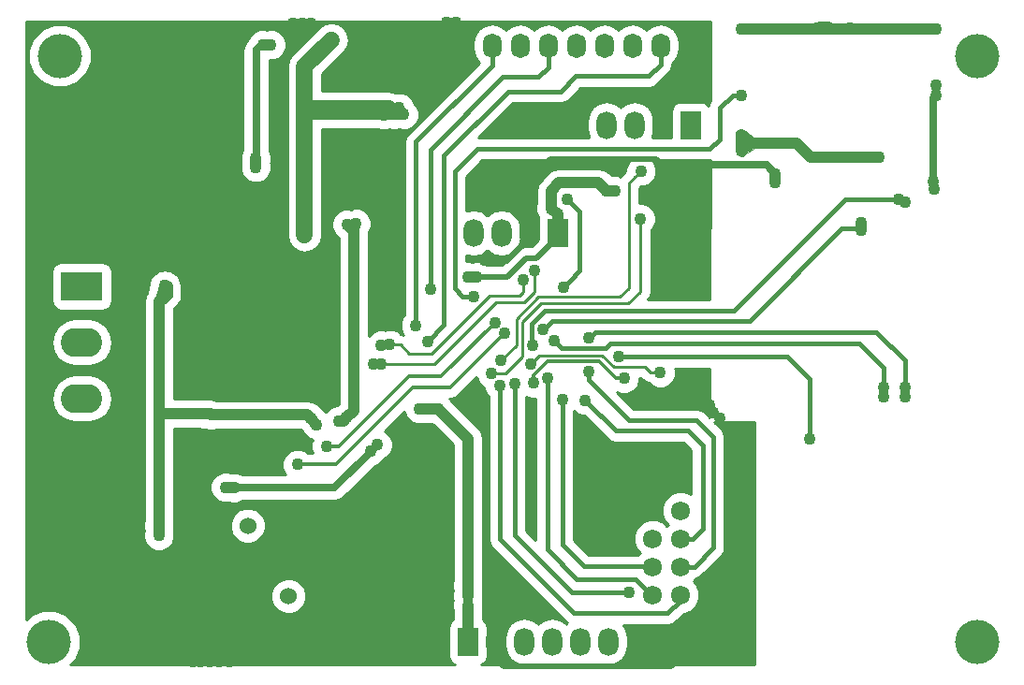
<source format=gbl>
G04 #@! TF.FileFunction,Copper,L2,Bot,Signal*
%FSLAX46Y46*%
G04 Gerber Fmt 4.6, Leading zero omitted, Abs format (unit mm)*
G04 Created by KiCad (PCBNEW 4.0.6) date 01/12/18 15:18:15*
%MOMM*%
%LPD*%
G01*
G04 APERTURE LIST*
%ADD10C,0.100000*%
%ADD11C,4.000000*%
%ADD12C,1.524000*%
%ADD13O,3.724000X2.624000*%
%ADD14R,3.724000X2.624000*%
%ADD15R,1.824000X2.524000*%
%ADD16O,1.824000X2.524000*%
%ADD17O,0.950000X1.250000*%
%ADD18R,1.724000X2.224000*%
%ADD19O,1.724000X2.224000*%
%ADD20R,1.724000X1.724000*%
%ADD21C,1.724000*%
%ADD22C,1.100000*%
%ADD23C,1.000000*%
%ADD24C,0.700000*%
%ADD25C,0.254000*%
%ADD26C,0.500000*%
%ADD27C,0.600000*%
%ADD28C,0.400000*%
%ADD29C,1.500000*%
%ADD30C,0.300000*%
G04 APERTURE END LIST*
D10*
D11*
X93000000Y-127000000D03*
X177000000Y-127000000D03*
X94000000Y-74000000D03*
D12*
X111000000Y-116500000D03*
X114700000Y-122908588D03*
D13*
X96000000Y-110080000D03*
X96000000Y-105000000D03*
X96000000Y-99920000D03*
D14*
X96000000Y-94840000D03*
D15*
X130920000Y-127000000D03*
D16*
X133460000Y-127000000D03*
X136000000Y-127000000D03*
X138540000Y-127000000D03*
X141080000Y-127000000D03*
X143620000Y-127000000D03*
D17*
X94500000Y-117000000D03*
X94500000Y-121100000D03*
D15*
X139030000Y-90030000D03*
D16*
X136490000Y-90030000D03*
X133950000Y-90030000D03*
X131410000Y-90030000D03*
D18*
X150880000Y-73080000D03*
D19*
X148340000Y-73080000D03*
X145800000Y-73080000D03*
X143260000Y-73080000D03*
X140720000Y-73080000D03*
X138180000Y-73080000D03*
X135640000Y-73080000D03*
X133100000Y-73080000D03*
D15*
X151090000Y-80270000D03*
D16*
X148550000Y-80270000D03*
X146010000Y-80270000D03*
X143470000Y-80270000D03*
D20*
X147620000Y-115140000D03*
D21*
X150160000Y-115140000D03*
X147620000Y-117680000D03*
X150160000Y-117680000D03*
X147620000Y-120220000D03*
X150160000Y-120220000D03*
X147620000Y-122760000D03*
X150160000Y-122760000D03*
D11*
X177000000Y-74000000D03*
D22*
X122719353Y-109180944D03*
X122132229Y-109734699D03*
X109743850Y-113086715D03*
X109000000Y-113035898D03*
X152790703Y-105583908D03*
X153150896Y-106326285D03*
X153663134Y-106792991D03*
X155700000Y-112100000D03*
X156216517Y-111457250D03*
X155400000Y-111400000D03*
X121700000Y-120100000D03*
X121700000Y-118300000D03*
X121700000Y-119200000D03*
X128000000Y-120000000D03*
X128100000Y-118300000D03*
X128033721Y-119156135D03*
X123534361Y-122178093D03*
X125392306Y-122200478D03*
X147040000Y-110060000D03*
X147630000Y-112590000D03*
X151600000Y-126920000D03*
X152200000Y-126320000D03*
X152720000Y-125800000D03*
X153200000Y-125320000D03*
X151000000Y-89800000D03*
X151000000Y-93200000D03*
X151000000Y-92300000D03*
X151000000Y-91500000D03*
X151000000Y-90700000D03*
X132445539Y-92450432D03*
X113900000Y-95700000D03*
X113300000Y-96200000D03*
X112500000Y-96400000D03*
X123800000Y-98000000D03*
X123000000Y-97900000D03*
X113200000Y-109400000D03*
X112300000Y-109400000D03*
X111500000Y-109400000D03*
X129800000Y-71000000D03*
X129000000Y-71000000D03*
X150880000Y-75200000D03*
X151400000Y-75600000D03*
X115100000Y-71100000D03*
X116674819Y-71105916D03*
X115900000Y-71100000D03*
X103700000Y-74400000D03*
X103600000Y-73700000D03*
X103600000Y-72800000D03*
X103500000Y-72000000D03*
X102900000Y-71500000D03*
X102900000Y-72400000D03*
X102900000Y-73200000D03*
X102900000Y-74000000D03*
X102900000Y-74800000D03*
X105600000Y-98800000D03*
X105900000Y-98100000D03*
X106300000Y-98900000D03*
X91861968Y-84200000D03*
X91861968Y-83115356D03*
X91861968Y-82337539D03*
X91810531Y-80667536D03*
X91796034Y-81460710D03*
X94200000Y-113100000D03*
X93300000Y-113100000D03*
X92400000Y-113100000D03*
X96493328Y-127274498D03*
X96500000Y-126400000D03*
X96500000Y-125500000D03*
X96500000Y-124725000D03*
X100200000Y-111100000D03*
X99700000Y-111700000D03*
X99700000Y-111700000D03*
X99100000Y-112300000D03*
X98500000Y-112900000D03*
X97900000Y-113400000D03*
X109300000Y-128800000D03*
X108400000Y-128800000D03*
X107575345Y-128845554D03*
X106700000Y-128820000D03*
X106000000Y-128820000D03*
X123000000Y-128200000D03*
X123700000Y-128200000D03*
X126900000Y-128200000D03*
X126100000Y-128200000D03*
X125300000Y-128200000D03*
X124500000Y-128200000D03*
X124500000Y-122200000D03*
X136560000Y-115100000D03*
X136570000Y-108000000D03*
X149200000Y-105170000D03*
X165497726Y-71524895D03*
X162523837Y-71453535D03*
X163399460Y-71431531D03*
X166400000Y-71540000D03*
X158730000Y-85470000D03*
X123527121Y-93728651D03*
X123984340Y-86167098D03*
X118300000Y-100400000D03*
X110250000Y-100595000D03*
X148513525Y-83892823D03*
X124000000Y-85380000D03*
X124000000Y-93250000D03*
X133169030Y-92477071D03*
X135505000Y-84490000D03*
X134520000Y-84490000D03*
X136490000Y-84490000D03*
X158716110Y-84702835D03*
X155660000Y-71540000D03*
X173300000Y-71540000D03*
X136560000Y-115740000D03*
X136570000Y-107370000D03*
X148320000Y-105170000D03*
X117850000Y-100850000D03*
X109500000Y-100595000D03*
X168100000Y-83150000D03*
X167300000Y-83150000D03*
X155660000Y-82600000D03*
X155660000Y-81200000D03*
X144200000Y-86210000D03*
X139030000Y-88365392D03*
X138464608Y-87800000D03*
X131722986Y-93995847D03*
X130920852Y-94005512D03*
X119982727Y-89258114D03*
X120799902Y-89188438D03*
X119958811Y-106712392D03*
X126540000Y-105923935D03*
X127320000Y-105923935D03*
X130920000Y-123710000D03*
X130920000Y-122860000D03*
X130920000Y-121900000D03*
X120500000Y-89875000D03*
X119230000Y-107030000D03*
X143440000Y-86210000D03*
X128204677Y-105923935D03*
X166500000Y-83150000D03*
X155660000Y-81900000D03*
X118558414Y-72554191D03*
X124701621Y-78695613D03*
X123744043Y-78785663D03*
X123321937Y-79342843D03*
X125111667Y-79309074D03*
X124233686Y-79309074D03*
X116700395Y-106809561D03*
X117250394Y-107359560D03*
X107000000Y-106400000D03*
X103504834Y-94782696D03*
X102958563Y-117396353D03*
X116150000Y-89360000D03*
X117850000Y-73000000D03*
X116150000Y-90200000D03*
X107750000Y-106500000D03*
X103500000Y-95650000D03*
X102965477Y-116500000D03*
X136894795Y-103611004D03*
X145048978Y-103172846D03*
X136599493Y-101892318D03*
X148320000Y-102670000D03*
X127261319Y-99840864D03*
X127541150Y-95137577D03*
X139566039Y-94905200D03*
X139908044Y-86980882D03*
X126213794Y-98382872D03*
X146579561Y-84438225D03*
X133926227Y-101585787D03*
X146520000Y-88750000D03*
X133028007Y-102718471D03*
X145518740Y-122565854D03*
X135140784Y-103697578D03*
X141504193Y-105150248D03*
X139470000Y-105120000D03*
X141826154Y-102574730D03*
X138109000Y-103146528D03*
X133807610Y-103876187D03*
X111739770Y-83290825D03*
X111746340Y-84079221D03*
X113100000Y-73000000D03*
X112350000Y-73000000D03*
X123840000Y-100150000D03*
X123070000Y-100180000D03*
X135893548Y-94304729D03*
X118110000Y-109320000D03*
X133360000Y-98125002D03*
X115510000Y-110970000D03*
X134220000Y-99130000D03*
X169900000Y-87000000D03*
X136742891Y-100233003D03*
X170500000Y-87240000D03*
X166498582Y-89079636D03*
X137732949Y-98765614D03*
X166503529Y-89820784D03*
X161793332Y-108650000D03*
X144583416Y-101241509D03*
X123070000Y-101900000D03*
X136947986Y-93443547D03*
X122350000Y-101900000D03*
X168476991Y-104843621D03*
X138711084Y-99748903D03*
X168500000Y-104015000D03*
X170488260Y-104839143D03*
X141866109Y-99519979D03*
X170500000Y-104015000D03*
X173300000Y-76680000D03*
X173300000Y-77550000D03*
X173030000Y-85380000D03*
X173080000Y-86060000D03*
X131438487Y-95798412D03*
X155660000Y-77550000D03*
D23*
X109000000Y-113035898D02*
X109693033Y-113035898D01*
X109693033Y-113035898D02*
X109743850Y-113086715D01*
D24*
X109743850Y-113086715D02*
X118815958Y-113086715D01*
X118815958Y-113086715D02*
X122169354Y-109733319D01*
X122169354Y-109733319D02*
X122169354Y-109730943D01*
X122169354Y-109730943D02*
X122719353Y-109180944D01*
D25*
X152778186Y-105571391D02*
X152790703Y-105583908D01*
X152396002Y-105571391D02*
X152778186Y-105571391D01*
X152396002Y-105571391D02*
X152600897Y-105776286D01*
X152600897Y-105776286D02*
X153150896Y-106326285D01*
D23*
X151994611Y-105170000D02*
X152396002Y-105571391D01*
X148320000Y-105170000D02*
X151994611Y-105170000D01*
D26*
X156216517Y-122303483D02*
X156216517Y-112235067D01*
X153200000Y-125320000D02*
X156216517Y-122303483D01*
X156216517Y-112235067D02*
X156216517Y-111457250D01*
D25*
X121700000Y-119200000D02*
X121700000Y-118300000D01*
X128033721Y-119156135D02*
X128033721Y-119966279D01*
X128033721Y-119966279D02*
X128000000Y-120000000D01*
X127483722Y-119706134D02*
X128033721Y-119156135D01*
X125011763Y-122178093D02*
X127483722Y-119706134D01*
X123534361Y-122178093D02*
X125011763Y-122178093D01*
X124614489Y-122200478D02*
X125392306Y-122200478D01*
X124500478Y-122200478D02*
X124614489Y-122200478D01*
X124500000Y-122200000D02*
X124500478Y-122200478D01*
D26*
X151600000Y-126920000D02*
X149318360Y-129201640D01*
D25*
X152200000Y-126320000D02*
X151600000Y-126920000D01*
X152720000Y-125800000D02*
X152200000Y-126320000D01*
X153200000Y-125320000D02*
X152720000Y-125800000D01*
X151000000Y-90700000D02*
X151000000Y-89800000D01*
X151000000Y-91500000D02*
X151000000Y-92300000D01*
D24*
X151500000Y-83892823D02*
X157906098Y-83892823D01*
X148513525Y-83892823D02*
X151500000Y-83892823D01*
D25*
X151500000Y-83892823D02*
X151500000Y-90200000D01*
X151500000Y-90200000D02*
X151000000Y-90700000D01*
D26*
X148513525Y-83892823D02*
X147963526Y-83342824D01*
X147963526Y-83342824D02*
X138372566Y-83342824D01*
X138372566Y-83342824D02*
X137461723Y-84253667D01*
X137461723Y-84253667D02*
X136726333Y-84253667D01*
X136726333Y-84253667D02*
X136490000Y-84490000D01*
D27*
X133169030Y-92477071D02*
X132472178Y-92477071D01*
X132472178Y-92477071D02*
X132445539Y-92450432D01*
D25*
X112500000Y-96400000D02*
X113100000Y-96400000D01*
X113100000Y-96400000D02*
X113300000Y-96200000D01*
X123000000Y-97900000D02*
X123700000Y-97900000D01*
X123700000Y-97900000D02*
X123800000Y-98000000D01*
X111500000Y-109400000D02*
X112300000Y-109400000D01*
X129000000Y-71000000D02*
X129800000Y-71000000D01*
D23*
X150880000Y-75678000D02*
X150880000Y-75200000D01*
X150880000Y-75200000D02*
X150880000Y-73080000D01*
D25*
X151400000Y-75600000D02*
X151280000Y-75600000D01*
X151280000Y-75600000D02*
X150880000Y-75200000D01*
X103600000Y-72800000D02*
X103600000Y-73700000D01*
X102900000Y-71500000D02*
X103000000Y-71500000D01*
X103000000Y-71500000D02*
X103500000Y-72000000D01*
X102900000Y-73200000D02*
X102900000Y-72400000D01*
X102900000Y-74800000D02*
X102900000Y-74000000D01*
D28*
X105900000Y-98100000D02*
X105900000Y-98500000D01*
X105900000Y-98500000D02*
X105600000Y-98800000D01*
D29*
X91810531Y-80667536D02*
X91810531Y-82286102D01*
X91810531Y-82286102D02*
X91861968Y-82337539D01*
X91861968Y-83115356D02*
X91861968Y-84200000D01*
X91861968Y-82337539D02*
X91861968Y-83115356D01*
D25*
X92400000Y-113100000D02*
X93300000Y-113100000D01*
X99100000Y-112300000D02*
X99700000Y-111700000D01*
X97900000Y-113400000D02*
X98000000Y-113400000D01*
X98000000Y-113400000D02*
X98500000Y-112900000D01*
D26*
X108400000Y-128800000D02*
X109300000Y-128800000D01*
X124500000Y-128200000D02*
X123700000Y-128200000D01*
X125300000Y-128200000D02*
X126100000Y-128200000D01*
D28*
X136560000Y-114190000D02*
X136560000Y-115100000D01*
D25*
X136560000Y-115740000D02*
X136560000Y-115100000D01*
D28*
X136570000Y-108000000D02*
X136570000Y-114180000D01*
D25*
X136570000Y-107370000D02*
X136570000Y-108000000D01*
X166400000Y-71540000D02*
X165512831Y-71540000D01*
X165512831Y-71540000D02*
X165497726Y-71524895D01*
X162545841Y-71431531D02*
X162523837Y-71453535D01*
D23*
X162670000Y-71540000D02*
X162583535Y-71453535D01*
X162610302Y-71540000D02*
X162523837Y-71453535D01*
X166400000Y-71540000D02*
X162610302Y-71540000D01*
X162583535Y-71453535D02*
X162523837Y-71453535D01*
D25*
X163399460Y-71431531D02*
X162545841Y-71431531D01*
D23*
X162719765Y-71431531D02*
X163399460Y-71431531D01*
X162670000Y-71481296D02*
X162719765Y-71431531D01*
X162670000Y-71540000D02*
X162670000Y-71481296D01*
X173300000Y-71540000D02*
X166400000Y-71540000D01*
X158716110Y-84702835D02*
X158716110Y-85456110D01*
X158716110Y-85456110D02*
X158730000Y-85470000D01*
X124000000Y-93250000D02*
X124000000Y-93255772D01*
X124000000Y-93255772D02*
X123527121Y-93728651D01*
X110250000Y-100595000D02*
X109500000Y-100595000D01*
X110250000Y-100595000D02*
X117595000Y-100595000D01*
D26*
X149318360Y-129201640D02*
X134145432Y-129201640D01*
X134145432Y-129201640D02*
X133460000Y-128516208D01*
X133460000Y-128516208D02*
X133460000Y-127000000D01*
D24*
X157906098Y-83892823D02*
X158716110Y-84702835D01*
D23*
X124000000Y-93250000D02*
X124000000Y-85380000D01*
D27*
X133946847Y-92477071D02*
X133169030Y-92477071D01*
X134392929Y-92477071D02*
X133946847Y-92477071D01*
X136490000Y-90030000D02*
X136490000Y-90380000D01*
X136490000Y-90380000D02*
X134392929Y-92477071D01*
D23*
X135480000Y-84490000D02*
X135420000Y-84550000D01*
X136490000Y-84490000D02*
X135480000Y-84490000D01*
X135420000Y-84550000D02*
X134520000Y-84550000D01*
X136490000Y-90030000D02*
X136490000Y-84490000D01*
X148550000Y-80270000D02*
X148550000Y-78008000D01*
X148550000Y-78008000D02*
X150880000Y-75678000D01*
X162670000Y-71540000D02*
X155660000Y-71540000D01*
D28*
X136570000Y-114180000D02*
X136560000Y-114190000D01*
D23*
X117595000Y-100595000D02*
X117850000Y-100850000D01*
X155660000Y-81900000D02*
X160646997Y-81900000D01*
X160646997Y-81900000D02*
X161896997Y-83150000D01*
X161896997Y-83150000D02*
X166500000Y-83150000D01*
X166500000Y-83150000D02*
X168100000Y-83150000D01*
D25*
X167300000Y-83150000D02*
X168100000Y-83150000D01*
X166500000Y-83150000D02*
X167300000Y-83150000D01*
X155660000Y-81900000D02*
X155660000Y-82600000D01*
X155660000Y-81900000D02*
X155660000Y-81200000D01*
D23*
X144200000Y-86210000D02*
X143440000Y-86210000D01*
X138464608Y-87800000D02*
X139030000Y-88365392D01*
X138464608Y-87800000D02*
X138464608Y-86209798D01*
X139030000Y-90030000D02*
X139030000Y-88365392D01*
X131722986Y-93995847D02*
X130930517Y-93995847D01*
X130930517Y-93995847D02*
X130920852Y-94005512D01*
D26*
X132500803Y-93995847D02*
X131722986Y-93995847D01*
X134473037Y-93995847D02*
X132500803Y-93995847D01*
X136188884Y-92280000D02*
X134473037Y-93995847D01*
X137130000Y-92280000D02*
X136188884Y-92280000D01*
X139030000Y-90380000D02*
X137130000Y-92280000D01*
X139030000Y-90030000D02*
X139030000Y-90380000D01*
D23*
X119230000Y-107030000D02*
X119641203Y-107030000D01*
X119641203Y-107030000D02*
X119958811Y-106712392D01*
X120500000Y-89875000D02*
X120500000Y-89488340D01*
X120500000Y-89488340D02*
X120799902Y-89188438D01*
X120500000Y-89875000D02*
X120500000Y-89775387D01*
X120500000Y-89775387D02*
X119982727Y-89258114D01*
D25*
X119982727Y-89227796D02*
X119982727Y-89258114D01*
X120022085Y-89188438D02*
X119982727Y-89227796D01*
X120799902Y-89188438D02*
X120022085Y-89188438D01*
D23*
X119958811Y-106712392D02*
X120579511Y-106091692D01*
X120579511Y-106091692D02*
X120579511Y-89408829D01*
X120579511Y-89408829D02*
X120799902Y-89188438D01*
X127320000Y-105923935D02*
X126540000Y-105923935D01*
X128204677Y-105923935D02*
X127320000Y-105923935D01*
X130920000Y-127000000D02*
X130920000Y-123710000D01*
D25*
X130920000Y-122860000D02*
X130920000Y-123710000D01*
D23*
X130920000Y-122860000D02*
X130920000Y-121900000D01*
X130920000Y-121900000D02*
X130920000Y-108639258D01*
X138464608Y-86209798D02*
X139174406Y-85500000D01*
X139174406Y-85500000D02*
X142710000Y-85500000D01*
X142710000Y-85500000D02*
X143420000Y-86210000D01*
X143420000Y-86210000D02*
X143440000Y-86210000D01*
X128754676Y-106473934D02*
X128204677Y-105923935D01*
X130920000Y-108639258D02*
X128754676Y-106473934D01*
D29*
X116150000Y-79000000D02*
X116150000Y-75500000D01*
X118558414Y-72554191D02*
X116150000Y-74962605D01*
X116150000Y-74962605D02*
X116150000Y-75500000D01*
X118112605Y-73000000D02*
X118558414Y-72554191D01*
D23*
X123744043Y-78785663D02*
X124588256Y-78785663D01*
X124588256Y-78785663D02*
X125111667Y-79309074D01*
X125111667Y-79309074D02*
X116459074Y-79309074D01*
X116459074Y-79309074D02*
X116150000Y-79000000D01*
X124611571Y-78785663D02*
X124701621Y-78695613D01*
X123744043Y-78785663D02*
X124611571Y-78785663D01*
D29*
X116150000Y-79000000D02*
X116364337Y-78785663D01*
X116364337Y-78785663D02*
X122966226Y-78785663D01*
X122966226Y-78785663D02*
X123744043Y-78785663D01*
D23*
X116700395Y-106809561D02*
X117250394Y-107359560D01*
X116390834Y-106500000D02*
X116700395Y-106809561D01*
X107750000Y-106500000D02*
X116390834Y-106500000D01*
X102965477Y-106400000D02*
X107000000Y-106400000D01*
X107000000Y-106400000D02*
X107650000Y-106400000D01*
X102965477Y-106400000D02*
X102965477Y-96184523D01*
X102965477Y-96184523D02*
X103467994Y-95682006D01*
X103467994Y-95682006D02*
X103500000Y-95650000D01*
X103504834Y-95560513D02*
X103504834Y-94782696D01*
X103504834Y-95645166D02*
X103504834Y-95560513D01*
X103500000Y-95650000D02*
X103504834Y-95645166D01*
X102958563Y-116618536D02*
X102958563Y-117396353D01*
X102958563Y-116506914D02*
X102958563Y-116618536D01*
X102965477Y-116500000D02*
X102958563Y-116506914D01*
D29*
X116150000Y-89360000D02*
X116150000Y-90200000D01*
X116150000Y-89360000D02*
X116150000Y-79000000D01*
D23*
X102965477Y-116500000D02*
X102965477Y-106400000D01*
X107650000Y-106400000D02*
X107750000Y-106500000D01*
D30*
X138140814Y-101667011D02*
X136894795Y-102913030D01*
X145048978Y-103172846D02*
X144271161Y-103172846D01*
X142765326Y-101667011D02*
X138140814Y-101667011D01*
X136894795Y-102913030D02*
X136894795Y-103611004D01*
X144271161Y-103172846D02*
X142765326Y-101667011D01*
D25*
X137359444Y-101132367D02*
X137149492Y-101342319D01*
X143062367Y-101132367D02*
X137359444Y-101132367D01*
X144110000Y-102180000D02*
X143062367Y-101132367D01*
X146951000Y-102180000D02*
X144110000Y-102180000D01*
X148320000Y-102670000D02*
X147441000Y-102670000D01*
X137149492Y-101342319D02*
X136599493Y-101892318D01*
X147441000Y-102670000D02*
X146951000Y-102180000D01*
D28*
X148340000Y-74807862D02*
X147300000Y-75847862D01*
X140683837Y-75847862D02*
X139300000Y-77231699D01*
X139300000Y-77231699D02*
X134526994Y-77231699D01*
X147300000Y-75847862D02*
X140683837Y-75847862D01*
X148340000Y-73080000D02*
X148340000Y-74807862D01*
X128748487Y-98353696D02*
X127275912Y-99826271D01*
X134526994Y-77231699D02*
X128748487Y-83010206D01*
X128748487Y-83010206D02*
X128748487Y-98353696D01*
X127275912Y-99826271D02*
X127261319Y-99840864D01*
X138180000Y-73080000D02*
X138180000Y-75032206D01*
X138180000Y-75032206D02*
X137301860Y-75910346D01*
X137301860Y-75910346D02*
X134089654Y-75910346D01*
X134089654Y-75910346D02*
X127541150Y-82458850D01*
X127541150Y-82458850D02*
X127541150Y-94359760D01*
X127541150Y-94359760D02*
X127541150Y-95137577D01*
X139908044Y-86980882D02*
X141027331Y-88100169D01*
X141027331Y-88100169D02*
X141027331Y-93443908D01*
X141027331Y-93443908D02*
X140116038Y-94355201D01*
X140116038Y-94355201D02*
X139566039Y-94905200D01*
X133100000Y-74880000D02*
X126213794Y-81766206D01*
X126213794Y-97605055D02*
X126213794Y-98382872D01*
X126213794Y-81766206D02*
X126213794Y-97605055D01*
X133100000Y-73080000D02*
X133100000Y-74880000D01*
D25*
X146029562Y-84988224D02*
X146579561Y-84438225D01*
X145450000Y-95031684D02*
X145450000Y-85567786D01*
X137278363Y-95826169D02*
X144655515Y-95826169D01*
X135303271Y-97801261D02*
X137278363Y-95826169D01*
X135303271Y-100208743D02*
X135303271Y-97801261D01*
X144655515Y-95826169D02*
X145450000Y-95031684D01*
X133926227Y-101585787D02*
X135303271Y-100208743D01*
X145450000Y-85567786D02*
X146029562Y-84988224D01*
X146520000Y-88750000D02*
X146520000Y-95336823D01*
X146520000Y-95336823D02*
X145441002Y-96415821D01*
X145441002Y-96415821D02*
X137546023Y-96415821D01*
X137546023Y-96415821D02*
X135850268Y-98111576D01*
X135850268Y-98111576D02*
X135850268Y-101208142D01*
X134339939Y-102718471D02*
X133028007Y-102718471D01*
X135850268Y-101208142D02*
X134339939Y-102718471D01*
D28*
X135140784Y-103697578D02*
X135140784Y-117393923D01*
X135140784Y-117393923D02*
X140312715Y-122565854D01*
X140312715Y-122565854D02*
X144740923Y-122565854D01*
X144740923Y-122565854D02*
X145518740Y-122565854D01*
X141504193Y-105150248D02*
X144285830Y-107931885D01*
X144285830Y-107931885D02*
X150831885Y-107931885D01*
X150831885Y-107931885D02*
X152150000Y-109250000D01*
X152150000Y-109250000D02*
X152150000Y-116795583D01*
X152150000Y-116795583D02*
X151265583Y-117680000D01*
X151265583Y-117680000D02*
X150160000Y-117680000D01*
X139470000Y-105120000D02*
X139470000Y-118229908D01*
X141452675Y-120212583D02*
X147612583Y-120212583D01*
X139470000Y-118229908D02*
X141452675Y-120212583D01*
X147612583Y-120212583D02*
X147620000Y-120220000D01*
X150160000Y-120220000D02*
X151379052Y-120220000D01*
X151379052Y-120220000D02*
X153106896Y-118492156D01*
X153106896Y-118492156D02*
X153106896Y-108506896D01*
X153106896Y-108506896D02*
X151577170Y-106977170D01*
X151577170Y-106977170D02*
X145464468Y-106977170D01*
X145464468Y-106977170D02*
X141826154Y-103338856D01*
X141826154Y-103338856D02*
X141826154Y-102574730D01*
X147620000Y-122760000D02*
X147537083Y-122760000D01*
X138109000Y-118666044D02*
X138109000Y-103924345D01*
X147537083Y-122760000D02*
X146119896Y-121342813D01*
X146119896Y-121342813D02*
X140785769Y-121342813D01*
X140785769Y-121342813D02*
X138109000Y-118666044D01*
X138109000Y-103924345D02*
X138109000Y-103146528D01*
X150160000Y-122760000D02*
X150160000Y-123272807D01*
X150160000Y-123272807D02*
X149001298Y-124431509D01*
X133807610Y-104654004D02*
X133807610Y-103876187D01*
X149001298Y-124431509D02*
X140492084Y-124431509D01*
X140492084Y-124431509D02*
X133807610Y-117747035D01*
X133807610Y-117747035D02*
X133807610Y-104654004D01*
D24*
X112350000Y-73000000D02*
X112232752Y-73000000D01*
X112232752Y-73000000D02*
X111759480Y-73473272D01*
X111759480Y-73473272D02*
X111759480Y-83271115D01*
X111759480Y-83271115D02*
X111739770Y-83290825D01*
D23*
X111746340Y-83297395D02*
X111739770Y-83290825D01*
X111746340Y-84079221D02*
X111746340Y-83297395D01*
X112350000Y-73000000D02*
X113100000Y-73000000D01*
D25*
X125590000Y-100930000D02*
X127617108Y-100930000D01*
X123840000Y-100150000D02*
X124810000Y-100150000D01*
X124810000Y-100150000D02*
X125590000Y-100930000D01*
D28*
X123070000Y-100180000D02*
X123810000Y-100180000D01*
X123810000Y-100180000D02*
X123840000Y-100150000D01*
D25*
X127617108Y-100930000D02*
X132847108Y-95700000D01*
X132847108Y-95700000D02*
X135580000Y-95700000D01*
X135580000Y-95700000D02*
X135893548Y-95386452D01*
X135893548Y-95386452D02*
X135893548Y-94304729D01*
D30*
X133360000Y-98125002D02*
X128501485Y-102983517D01*
X128501485Y-102983517D02*
X125575529Y-102983517D01*
X125575529Y-102983517D02*
X119239046Y-109320000D01*
X119239046Y-109320000D02*
X118110000Y-109320000D01*
X134220000Y-99130000D02*
X129352172Y-103997828D01*
X118986892Y-110970000D02*
X115510000Y-110970000D01*
X129352172Y-103997828D02*
X125959064Y-103997828D01*
X125959064Y-103997828D02*
X118986892Y-110970000D01*
D28*
X170500000Y-87240000D02*
X170217821Y-86957821D01*
X154967162Y-97072120D02*
X137857937Y-97072120D01*
X170217821Y-86957821D02*
X165081461Y-86957821D01*
X165081461Y-86957821D02*
X154967162Y-97072120D01*
X137857937Y-97072120D02*
X136697116Y-98232941D01*
X136697116Y-98232941D02*
X136697116Y-100197996D01*
X136697116Y-100197996D02*
X136732123Y-100233003D01*
X136732123Y-100233003D02*
X136742891Y-100233003D01*
D25*
X170500000Y-87240000D02*
X170140000Y-87240000D01*
X170140000Y-87240000D02*
X169900000Y-87000000D01*
D28*
X166503529Y-89820784D02*
X166302323Y-89619578D01*
X138528563Y-97970000D02*
X138282948Y-98215615D01*
X166302323Y-89619578D02*
X164740315Y-89619578D01*
X164740315Y-89619578D02*
X156389893Y-97970000D01*
X156389893Y-97970000D02*
X138528563Y-97970000D01*
X138282948Y-98215615D02*
X137732949Y-98765614D01*
D23*
X166503529Y-89820784D02*
X166503529Y-89084583D01*
X166503529Y-89084583D02*
X166498582Y-89079636D01*
D28*
X144583416Y-101241509D02*
X159811129Y-101241509D01*
X159811129Y-101241509D02*
X161793332Y-103223712D01*
X161793332Y-103223712D02*
X161793332Y-108650000D01*
D25*
X123070000Y-101900000D02*
X127911961Y-101900000D01*
X122350000Y-101900000D02*
X123070000Y-101900000D01*
X136947986Y-94221364D02*
X136947986Y-93443547D01*
X136947986Y-95351730D02*
X136947986Y-94221364D01*
X127911961Y-101900000D02*
X133497006Y-96314955D01*
X135984761Y-96314955D02*
X136947986Y-95351730D01*
X133497006Y-96314955D02*
X135984761Y-96314955D01*
D28*
X138711084Y-99748903D02*
X139432170Y-100469989D01*
X139432170Y-100469989D02*
X143340011Y-100469989D01*
X143760000Y-100050000D02*
X166306747Y-100050000D01*
X143340011Y-100469989D02*
X143760000Y-100050000D01*
X166306747Y-100050000D02*
X168488547Y-102231800D01*
X168488547Y-102231800D02*
X168488547Y-104832065D01*
X168488547Y-104832065D02*
X168476991Y-104843621D01*
D26*
X170488260Y-104061326D02*
X170488260Y-104839143D01*
X170488260Y-104003260D02*
X170488260Y-104061326D01*
X170470000Y-103985000D02*
X170488260Y-104003260D01*
D28*
X142416108Y-98969980D02*
X141866109Y-99519979D01*
X170470000Y-101570000D02*
X167869980Y-98969980D01*
X170470000Y-103985000D02*
X170470000Y-101570000D01*
X167869980Y-98969980D02*
X142416108Y-98969980D01*
D24*
X173300000Y-77550000D02*
X173300000Y-76680000D01*
X173030000Y-85380000D02*
X173030000Y-77820000D01*
X173030000Y-77820000D02*
X173300000Y-77550000D01*
X173080000Y-86060000D02*
X173080000Y-85430000D01*
X173080000Y-85430000D02*
X173030000Y-85380000D01*
D28*
X155660000Y-77550000D02*
X154846719Y-77550000D01*
X154846719Y-77550000D02*
X153693540Y-78703179D01*
X152805913Y-82418102D02*
X131798924Y-82418102D01*
X153693540Y-78703179D02*
X153693540Y-81530475D01*
X131798924Y-82418102D02*
X129741046Y-84475980D01*
X131397435Y-95757360D02*
X131438487Y-95798412D01*
X153693540Y-81530475D02*
X152805913Y-82418102D01*
X129741046Y-84475980D02*
X129741046Y-95049990D01*
X129741046Y-95049990D02*
X130448416Y-95757360D01*
X130448416Y-95757360D02*
X131397435Y-95757360D01*
D10*
G36*
X103962732Y-94437268D02*
X104150000Y-94811803D01*
X104150000Y-95779290D01*
X103579290Y-96350000D01*
X102564039Y-96350000D01*
X103042930Y-94434437D01*
X103411803Y-94250000D01*
X103588197Y-94250000D01*
X103962732Y-94437268D01*
X103962732Y-94437268D01*
G37*
X103962732Y-94437268D02*
X104150000Y-94811803D01*
X104150000Y-95779290D01*
X103579290Y-96350000D01*
X102564039Y-96350000D01*
X103042930Y-94434437D01*
X103411803Y-94250000D01*
X103588197Y-94250000D01*
X103962732Y-94437268D01*
G36*
X155876062Y-80744725D02*
X156750000Y-81424455D01*
X156750000Y-82374269D01*
X156071596Y-82858843D01*
X155784861Y-83050000D01*
X155608113Y-83050000D01*
X155332087Y-82957991D01*
X155150000Y-82684861D01*
X155150000Y-81015140D01*
X155332087Y-80742009D01*
X155600000Y-80652704D01*
X155876062Y-80744725D01*
X155876062Y-80744725D01*
G37*
X155876062Y-80744725D02*
X156750000Y-81424455D01*
X156750000Y-82374269D01*
X156071596Y-82858843D01*
X155784861Y-83050000D01*
X155608113Y-83050000D01*
X155332087Y-82957991D01*
X155150000Y-82684861D01*
X155150000Y-81015140D01*
X155332087Y-80742009D01*
X155600000Y-80652704D01*
X155876062Y-80744725D01*
D25*
G36*
X131839605Y-103511037D02*
X132233368Y-103905488D01*
X132406522Y-103977388D01*
X132406368Y-104153640D01*
X132619208Y-104668753D01*
X132756610Y-104806395D01*
X132756610Y-117747035D01*
X132836613Y-118149235D01*
X133064441Y-118490204D01*
X139748915Y-125174678D01*
X139931298Y-125296542D01*
X139833371Y-125361975D01*
X139810000Y-125396952D01*
X139786629Y-125361975D01*
X139214671Y-124979804D01*
X138540000Y-124845604D01*
X137865329Y-124979804D01*
X137293371Y-125361975D01*
X137270000Y-125396952D01*
X137246629Y-125361975D01*
X136674671Y-124979804D01*
X136000000Y-124845604D01*
X135325329Y-124979804D01*
X134753371Y-125361975D01*
X134371200Y-125933933D01*
X134237000Y-126608604D01*
X134237000Y-127391396D01*
X134371200Y-128066067D01*
X134753371Y-128638025D01*
X135325329Y-129020196D01*
X135595821Y-129074000D01*
X132127873Y-129074000D01*
X132147362Y-129070333D01*
X132437002Y-128883954D01*
X132631312Y-128599573D01*
X132699672Y-128262000D01*
X132699672Y-125738000D01*
X132640333Y-125422638D01*
X132453954Y-125132998D01*
X132271000Y-125007990D01*
X132271000Y-124109725D01*
X132320756Y-123989899D01*
X132321242Y-123432547D01*
X132260391Y-123285275D01*
X132320756Y-123139899D01*
X132321242Y-122582547D01*
X132271000Y-122460952D01*
X132271000Y-122299725D01*
X132320756Y-122179899D01*
X132321242Y-121622547D01*
X132271000Y-121500952D01*
X132271000Y-108639258D01*
X132168161Y-108122253D01*
X132084188Y-107996578D01*
X131875302Y-107683957D01*
X129709977Y-105518633D01*
X129442626Y-105251282D01*
X129393079Y-105131369D01*
X129260769Y-104998828D01*
X129352172Y-104998828D01*
X129735238Y-104922631D01*
X130059986Y-104705642D01*
X131668558Y-103097070D01*
X131839605Y-103511037D01*
X131839605Y-103511037D01*
G37*
X131839605Y-103511037D02*
X132233368Y-103905488D01*
X132406522Y-103977388D01*
X132406368Y-104153640D01*
X132619208Y-104668753D01*
X132756610Y-104806395D01*
X132756610Y-117747035D01*
X132836613Y-118149235D01*
X133064441Y-118490204D01*
X139748915Y-125174678D01*
X139931298Y-125296542D01*
X139833371Y-125361975D01*
X139810000Y-125396952D01*
X139786629Y-125361975D01*
X139214671Y-124979804D01*
X138540000Y-124845604D01*
X137865329Y-124979804D01*
X137293371Y-125361975D01*
X137270000Y-125396952D01*
X137246629Y-125361975D01*
X136674671Y-124979804D01*
X136000000Y-124845604D01*
X135325329Y-124979804D01*
X134753371Y-125361975D01*
X134371200Y-125933933D01*
X134237000Y-126608604D01*
X134237000Y-127391396D01*
X134371200Y-128066067D01*
X134753371Y-128638025D01*
X135325329Y-129020196D01*
X135595821Y-129074000D01*
X132127873Y-129074000D01*
X132147362Y-129070333D01*
X132437002Y-128883954D01*
X132631312Y-128599573D01*
X132699672Y-128262000D01*
X132699672Y-125738000D01*
X132640333Y-125422638D01*
X132453954Y-125132998D01*
X132271000Y-125007990D01*
X132271000Y-124109725D01*
X132320756Y-123989899D01*
X132321242Y-123432547D01*
X132260391Y-123285275D01*
X132320756Y-123139899D01*
X132321242Y-122582547D01*
X132271000Y-122460952D01*
X132271000Y-122299725D01*
X132320756Y-122179899D01*
X132321242Y-121622547D01*
X132271000Y-121500952D01*
X132271000Y-108639258D01*
X132168161Y-108122253D01*
X132084188Y-107996578D01*
X131875302Y-107683957D01*
X129709977Y-105518633D01*
X129442626Y-105251282D01*
X129393079Y-105131369D01*
X129260769Y-104998828D01*
X129352172Y-104998828D01*
X129735238Y-104922631D01*
X130059986Y-104705642D01*
X131668558Y-103097070D01*
X131839605Y-103511037D01*
G36*
X152851084Y-78108604D02*
X152722543Y-78300979D01*
X152683762Y-78495942D01*
X152623954Y-78402998D01*
X152339573Y-78208688D01*
X152002000Y-78140328D01*
X150178000Y-78140328D01*
X149862638Y-78199667D01*
X149572998Y-78386046D01*
X149378688Y-78670427D01*
X149310328Y-79008000D01*
X149310328Y-81367102D01*
X147618063Y-81367102D01*
X147638800Y-81336067D01*
X147773000Y-80661396D01*
X147773000Y-79878604D01*
X147638800Y-79203933D01*
X147256629Y-78631975D01*
X146684671Y-78249804D01*
X146010000Y-78115604D01*
X145335329Y-78249804D01*
X144763371Y-78631975D01*
X144740000Y-78666952D01*
X144716629Y-78631975D01*
X144144671Y-78249804D01*
X143470000Y-78115604D01*
X142795329Y-78249804D01*
X142223371Y-78631975D01*
X141841200Y-79203933D01*
X141707000Y-79878604D01*
X141707000Y-80661396D01*
X141841200Y-81336067D01*
X141861937Y-81367102D01*
X131877929Y-81367102D01*
X134962332Y-78282699D01*
X139300000Y-78282699D01*
X139702200Y-78202696D01*
X140043169Y-77974868D01*
X141119175Y-76898862D01*
X147300000Y-76898862D01*
X147702200Y-76818859D01*
X148043169Y-76591031D01*
X149083169Y-75551031D01*
X149310997Y-75210062D01*
X149391000Y-74807862D01*
X149391000Y-74686823D01*
X149551274Y-74579731D01*
X149922606Y-74023994D01*
X150053000Y-73368457D01*
X150053000Y-72791543D01*
X149922606Y-72136006D01*
X149551274Y-71580269D01*
X148995537Y-71208937D01*
X148340000Y-71078543D01*
X147684463Y-71208937D01*
X147128726Y-71580269D01*
X147070000Y-71668159D01*
X147011274Y-71580269D01*
X146455537Y-71208937D01*
X145800000Y-71078543D01*
X145144463Y-71208937D01*
X144588726Y-71580269D01*
X144530000Y-71668159D01*
X144471274Y-71580269D01*
X143915537Y-71208937D01*
X143260000Y-71078543D01*
X142604463Y-71208937D01*
X142048726Y-71580269D01*
X141990000Y-71668159D01*
X141931274Y-71580269D01*
X141375537Y-71208937D01*
X140720000Y-71078543D01*
X140064463Y-71208937D01*
X139508726Y-71580269D01*
X139450000Y-71668159D01*
X139391274Y-71580269D01*
X138835537Y-71208937D01*
X138180000Y-71078543D01*
X137524463Y-71208937D01*
X136968726Y-71580269D01*
X136910000Y-71668159D01*
X136851274Y-71580269D01*
X136295537Y-71208937D01*
X135640000Y-71078543D01*
X134984463Y-71208937D01*
X134428726Y-71580269D01*
X134370000Y-71668159D01*
X134311274Y-71580269D01*
X133755537Y-71208937D01*
X133100000Y-71078543D01*
X132444463Y-71208937D01*
X131888726Y-71580269D01*
X131517394Y-72136006D01*
X131387000Y-72791543D01*
X131387000Y-73368457D01*
X131517394Y-74023994D01*
X131888726Y-74579731D01*
X131903835Y-74589827D01*
X125470625Y-81023037D01*
X125242797Y-81364006D01*
X125162794Y-81766206D01*
X125162794Y-97452453D01*
X125026777Y-97588233D01*
X124813038Y-98102973D01*
X124812552Y-98660325D01*
X125025392Y-99175438D01*
X125074476Y-99224608D01*
X124851540Y-99180263D01*
X124634639Y-98962983D01*
X124119899Y-98749244D01*
X123562547Y-98748758D01*
X123419161Y-98808004D01*
X123349899Y-98779244D01*
X122792547Y-98778758D01*
X122277434Y-98991598D01*
X121930511Y-99337916D01*
X121930511Y-90039387D01*
X121986919Y-89983077D01*
X122200658Y-89468337D01*
X122201144Y-88910985D01*
X121988304Y-88395872D01*
X121594541Y-88001421D01*
X121079801Y-87787682D01*
X120522449Y-87787196D01*
X120307524Y-87876001D01*
X120262626Y-87857358D01*
X119705274Y-87856872D01*
X119190161Y-88069712D01*
X118795710Y-88463475D01*
X118581971Y-88978215D01*
X118581485Y-89535567D01*
X118794325Y-90050680D01*
X119188088Y-90445131D01*
X119226235Y-90460971D01*
X119228511Y-90466480D01*
X119228511Y-105498262D01*
X119166245Y-105523990D01*
X119061199Y-105628853D01*
X118952547Y-105628758D01*
X118437434Y-105841598D01*
X118075419Y-106202982D01*
X118045033Y-106172543D01*
X117934022Y-106126447D01*
X117888797Y-106016995D01*
X117495034Y-105622544D01*
X117373525Y-105572089D01*
X117346135Y-105544699D01*
X116907839Y-105251839D01*
X116390834Y-105149000D01*
X108152732Y-105149000D01*
X108146959Y-105147852D01*
X108029899Y-105099244D01*
X107902032Y-105099133D01*
X107650000Y-105049000D01*
X107399725Y-105049000D01*
X107279899Y-104999244D01*
X106722547Y-104998758D01*
X106600952Y-105049000D01*
X104316477Y-105049000D01*
X104316477Y-96887019D01*
X104801748Y-96401748D01*
X104983953Y-96131087D01*
X105051000Y-95800000D01*
X105051000Y-94800000D01*
X104961158Y-94419421D01*
X104761158Y-94019421D01*
X104646727Y-93846877D01*
X104380579Y-93638842D01*
X104304675Y-93600890D01*
X104299473Y-93595679D01*
X104268681Y-93582893D01*
X103980579Y-93438842D01*
X103844281Y-93406667D01*
X103784733Y-93381940D01*
X103739369Y-93381900D01*
X103600000Y-93349000D01*
X103400000Y-93349000D01*
X103262393Y-93381485D01*
X103227381Y-93381454D01*
X103180546Y-93400806D01*
X103019421Y-93438842D01*
X102619421Y-93638842D01*
X102319754Y-93888662D01*
X102174409Y-94193602D01*
X101858906Y-95455613D01*
X101717316Y-95667518D01*
X101614477Y-96184523D01*
X101614477Y-116100275D01*
X101564721Y-116220101D01*
X101564235Y-116777453D01*
X101607563Y-116882315D01*
X101607563Y-116996628D01*
X101557807Y-117116454D01*
X101557321Y-117673806D01*
X101770161Y-118188919D01*
X102163924Y-118583370D01*
X102678664Y-118797109D01*
X103236016Y-118797595D01*
X103751129Y-118584755D01*
X104145580Y-118190992D01*
X104359319Y-117676252D01*
X104359805Y-117118900D01*
X104309563Y-116997305D01*
X104309563Y-116916375D01*
X104349814Y-116819438D01*
X109386720Y-116819438D01*
X109631767Y-117412498D01*
X110085116Y-117866638D01*
X110677747Y-118112720D01*
X111319438Y-118113280D01*
X111912498Y-117868233D01*
X112366638Y-117414884D01*
X112612720Y-116822253D01*
X112613280Y-116180562D01*
X112368233Y-115587502D01*
X111914884Y-115133362D01*
X111322253Y-114887280D01*
X110680562Y-114886720D01*
X110087502Y-115131767D01*
X109633362Y-115585116D01*
X109387280Y-116177747D01*
X109386720Y-116819438D01*
X104349814Y-116819438D01*
X104366233Y-116779899D01*
X104366719Y-116222547D01*
X104316477Y-116100952D01*
X104316477Y-107751000D01*
X106600275Y-107751000D01*
X106720101Y-107800756D01*
X107230346Y-107801201D01*
X107470101Y-107900756D01*
X108027453Y-107901242D01*
X108149048Y-107851000D01*
X115760432Y-107851000D01*
X115905756Y-107996578D01*
X116016767Y-108042674D01*
X116061992Y-108152126D01*
X116455755Y-108546577D01*
X116846756Y-108708935D01*
X116709244Y-109040101D01*
X116708758Y-109597453D01*
X116862278Y-109969000D01*
X116490332Y-109969000D01*
X116304639Y-109782983D01*
X115789899Y-109569244D01*
X115232547Y-109568758D01*
X114717434Y-109781598D01*
X114322983Y-110175361D01*
X114109244Y-110690101D01*
X114108758Y-111247453D01*
X114321598Y-111762566D01*
X114444532Y-111885715D01*
X110504814Y-111885715D01*
X110023749Y-111685959D01*
X109696934Y-111685674D01*
X109693033Y-111684898D01*
X109399725Y-111684898D01*
X109279899Y-111635142D01*
X108722547Y-111634656D01*
X108207434Y-111847496D01*
X107812983Y-112241259D01*
X107599244Y-112755999D01*
X107598758Y-113313351D01*
X107811598Y-113828464D01*
X108205361Y-114222915D01*
X108720101Y-114436654D01*
X109277453Y-114437140D01*
X109310177Y-114423619D01*
X109463951Y-114487471D01*
X110021303Y-114487957D01*
X110505926Y-114287715D01*
X118815958Y-114287715D01*
X119275561Y-114196294D01*
X119665193Y-113935950D01*
X122504295Y-111096848D01*
X122924795Y-110923101D01*
X123319246Y-110529338D01*
X123359536Y-110432309D01*
X123511919Y-110369346D01*
X123906370Y-109975583D01*
X124120109Y-109460843D01*
X124120595Y-108903491D01*
X123907755Y-108388378D01*
X123513992Y-107993927D01*
X123418320Y-107954200D01*
X125148224Y-106224296D01*
X125351598Y-106716501D01*
X125745361Y-107110952D01*
X126260101Y-107324691D01*
X126817453Y-107325177D01*
X126929639Y-107278823D01*
X127040101Y-107324691D01*
X127597453Y-107325177D01*
X127666703Y-107296563D01*
X127799375Y-107429235D01*
X129569000Y-109198861D01*
X129569000Y-121500275D01*
X129519244Y-121620101D01*
X129518758Y-122177453D01*
X129569000Y-122299048D01*
X129569000Y-122460275D01*
X129519244Y-122580101D01*
X129518758Y-123137453D01*
X129579609Y-123284725D01*
X129519244Y-123430101D01*
X129518758Y-123987453D01*
X129569000Y-124109048D01*
X129569000Y-125009226D01*
X129402998Y-125116046D01*
X129208688Y-125400427D01*
X129140328Y-125738000D01*
X129140328Y-128262000D01*
X129199667Y-128577362D01*
X129386046Y-128867002D01*
X129670427Y-129061312D01*
X129733082Y-129074000D01*
X94957823Y-129074000D01*
X95415551Y-128617070D01*
X95850504Y-127569587D01*
X95851493Y-126435389D01*
X95418369Y-125387148D01*
X94617070Y-124584449D01*
X93569587Y-124149496D01*
X92435389Y-124148507D01*
X91387148Y-124581631D01*
X90926000Y-125041975D01*
X90926000Y-123228026D01*
X113086720Y-123228026D01*
X113331767Y-123821086D01*
X113785116Y-124275226D01*
X114377747Y-124521308D01*
X115019438Y-124521868D01*
X115612498Y-124276821D01*
X116066638Y-123823472D01*
X116312720Y-123230841D01*
X116313280Y-122589150D01*
X116068233Y-121996090D01*
X115614884Y-121541950D01*
X115022253Y-121295868D01*
X114380562Y-121295308D01*
X113787502Y-121540355D01*
X113333362Y-121993704D01*
X113087280Y-122586335D01*
X113086720Y-123228026D01*
X90926000Y-123228026D01*
X90926000Y-105000000D01*
X93233849Y-105000000D01*
X93398498Y-105827744D01*
X93867377Y-106529472D01*
X94569105Y-106998351D01*
X95396849Y-107163000D01*
X96603151Y-107163000D01*
X97430895Y-106998351D01*
X98132623Y-106529472D01*
X98601502Y-105827744D01*
X98766151Y-105000000D01*
X98601502Y-104172256D01*
X98132623Y-103470528D01*
X97430895Y-103001649D01*
X96603151Y-102837000D01*
X95396849Y-102837000D01*
X94569105Y-103001649D01*
X93867377Y-103470528D01*
X93398498Y-104172256D01*
X93233849Y-105000000D01*
X90926000Y-105000000D01*
X90926000Y-99920000D01*
X93233849Y-99920000D01*
X93398498Y-100747744D01*
X93867377Y-101449472D01*
X94569105Y-101918351D01*
X95396849Y-102083000D01*
X96603151Y-102083000D01*
X97430895Y-101918351D01*
X98132623Y-101449472D01*
X98601502Y-100747744D01*
X98766151Y-99920000D01*
X98601502Y-99092256D01*
X98132623Y-98390528D01*
X97430895Y-97921649D01*
X96603151Y-97757000D01*
X95396849Y-97757000D01*
X94569105Y-97921649D01*
X93867377Y-98390528D01*
X93398498Y-99092256D01*
X93233849Y-99920000D01*
X90926000Y-99920000D01*
X90926000Y-93528000D01*
X93270328Y-93528000D01*
X93270328Y-96152000D01*
X93329667Y-96467362D01*
X93516046Y-96757002D01*
X93800427Y-96951312D01*
X94138000Y-97019672D01*
X97862000Y-97019672D01*
X98177362Y-96960333D01*
X98467002Y-96773954D01*
X98661312Y-96489573D01*
X98729672Y-96152000D01*
X98729672Y-93528000D01*
X98670333Y-93212638D01*
X98483954Y-92922998D01*
X98199573Y-92728688D01*
X97862000Y-92660328D01*
X94138000Y-92660328D01*
X93822638Y-92719667D01*
X93532998Y-92906046D01*
X93338688Y-93190427D01*
X93270328Y-93528000D01*
X90926000Y-93528000D01*
X90926000Y-83568278D01*
X110338528Y-83568278D01*
X110389898Y-83692603D01*
X110345584Y-83799322D01*
X110345098Y-84356674D01*
X110557938Y-84871787D01*
X110951701Y-85266238D01*
X111466441Y-85479977D01*
X112023793Y-85480463D01*
X112538906Y-85267623D01*
X112933357Y-84873860D01*
X113147096Y-84359120D01*
X113147582Y-83801768D01*
X113097340Y-83680173D01*
X113097340Y-83674727D01*
X113140526Y-83570724D01*
X113141012Y-83013372D01*
X112960480Y-82576450D01*
X112960480Y-74962605D01*
X114549000Y-74962605D01*
X114549000Y-90200000D01*
X114670869Y-90812676D01*
X115017922Y-91332078D01*
X115537324Y-91679131D01*
X116150000Y-91801000D01*
X116762676Y-91679131D01*
X117282078Y-91332078D01*
X117629131Y-90812676D01*
X117751000Y-90200000D01*
X117751000Y-80660074D01*
X122840888Y-80660074D01*
X123042038Y-80743599D01*
X123599390Y-80744085D01*
X123802712Y-80660074D01*
X123833961Y-80660074D01*
X123953787Y-80709830D01*
X124511139Y-80710316D01*
X124632734Y-80660074D01*
X124711942Y-80660074D01*
X124831768Y-80709830D01*
X125389120Y-80710316D01*
X125904233Y-80497476D01*
X126298684Y-80103713D01*
X126512423Y-79588973D01*
X126512909Y-79031621D01*
X126300069Y-78516508D01*
X126032925Y-78248898D01*
X125890023Y-77903047D01*
X125496260Y-77508596D01*
X124981520Y-77294857D01*
X124424168Y-77294371D01*
X124371245Y-77316238D01*
X124356719Y-77306532D01*
X123744043Y-77184663D01*
X117751000Y-77184663D01*
X117751000Y-75625761D01*
X119690492Y-73686269D01*
X120037545Y-73166867D01*
X120159414Y-72554191D01*
X120037545Y-71941515D01*
X119690492Y-71422113D01*
X119171090Y-71075060D01*
X118558414Y-70953191D01*
X117945738Y-71075060D01*
X117426336Y-71422113D01*
X115017922Y-73830527D01*
X114670869Y-74349929D01*
X114549000Y-74962605D01*
X112960480Y-74962605D01*
X112960480Y-74400878D01*
X113377453Y-74401242D01*
X113892566Y-74188402D01*
X114287017Y-73794639D01*
X114500756Y-73279899D01*
X114501242Y-72722547D01*
X114288402Y-72207434D01*
X113894639Y-71812983D01*
X113379899Y-71599244D01*
X112822547Y-71598758D01*
X112725398Y-71638899D01*
X112629899Y-71599244D01*
X112072547Y-71598758D01*
X111557434Y-71811598D01*
X111162983Y-72205361D01*
X111045151Y-72489131D01*
X110910245Y-72624037D01*
X110649901Y-73013669D01*
X110558480Y-73473272D01*
X110558480Y-82490469D01*
X110552753Y-82496186D01*
X110339014Y-83010926D01*
X110338528Y-83568278D01*
X90926000Y-83568278D01*
X90926000Y-74564611D01*
X91148507Y-74564611D01*
X91581631Y-75612852D01*
X92382930Y-76415551D01*
X93430413Y-76850504D01*
X94564611Y-76851493D01*
X95612852Y-76418369D01*
X96415551Y-75617070D01*
X96850504Y-74569587D01*
X96851493Y-73435389D01*
X96418369Y-72387148D01*
X95617070Y-71584449D01*
X94569587Y-71149496D01*
X93435389Y-71148507D01*
X92387148Y-71581631D01*
X91584449Y-72382930D01*
X91149496Y-73430413D01*
X91148507Y-74564611D01*
X90926000Y-74564611D01*
X90926000Y-70926000D01*
X152870497Y-70926000D01*
X152851084Y-78108604D01*
X152851084Y-78108604D01*
G37*
X152851084Y-78108604D02*
X152722543Y-78300979D01*
X152683762Y-78495942D01*
X152623954Y-78402998D01*
X152339573Y-78208688D01*
X152002000Y-78140328D01*
X150178000Y-78140328D01*
X149862638Y-78199667D01*
X149572998Y-78386046D01*
X149378688Y-78670427D01*
X149310328Y-79008000D01*
X149310328Y-81367102D01*
X147618063Y-81367102D01*
X147638800Y-81336067D01*
X147773000Y-80661396D01*
X147773000Y-79878604D01*
X147638800Y-79203933D01*
X147256629Y-78631975D01*
X146684671Y-78249804D01*
X146010000Y-78115604D01*
X145335329Y-78249804D01*
X144763371Y-78631975D01*
X144740000Y-78666952D01*
X144716629Y-78631975D01*
X144144671Y-78249804D01*
X143470000Y-78115604D01*
X142795329Y-78249804D01*
X142223371Y-78631975D01*
X141841200Y-79203933D01*
X141707000Y-79878604D01*
X141707000Y-80661396D01*
X141841200Y-81336067D01*
X141861937Y-81367102D01*
X131877929Y-81367102D01*
X134962332Y-78282699D01*
X139300000Y-78282699D01*
X139702200Y-78202696D01*
X140043169Y-77974868D01*
X141119175Y-76898862D01*
X147300000Y-76898862D01*
X147702200Y-76818859D01*
X148043169Y-76591031D01*
X149083169Y-75551031D01*
X149310997Y-75210062D01*
X149391000Y-74807862D01*
X149391000Y-74686823D01*
X149551274Y-74579731D01*
X149922606Y-74023994D01*
X150053000Y-73368457D01*
X150053000Y-72791543D01*
X149922606Y-72136006D01*
X149551274Y-71580269D01*
X148995537Y-71208937D01*
X148340000Y-71078543D01*
X147684463Y-71208937D01*
X147128726Y-71580269D01*
X147070000Y-71668159D01*
X147011274Y-71580269D01*
X146455537Y-71208937D01*
X145800000Y-71078543D01*
X145144463Y-71208937D01*
X144588726Y-71580269D01*
X144530000Y-71668159D01*
X144471274Y-71580269D01*
X143915537Y-71208937D01*
X143260000Y-71078543D01*
X142604463Y-71208937D01*
X142048726Y-71580269D01*
X141990000Y-71668159D01*
X141931274Y-71580269D01*
X141375537Y-71208937D01*
X140720000Y-71078543D01*
X140064463Y-71208937D01*
X139508726Y-71580269D01*
X139450000Y-71668159D01*
X139391274Y-71580269D01*
X138835537Y-71208937D01*
X138180000Y-71078543D01*
X137524463Y-71208937D01*
X136968726Y-71580269D01*
X136910000Y-71668159D01*
X136851274Y-71580269D01*
X136295537Y-71208937D01*
X135640000Y-71078543D01*
X134984463Y-71208937D01*
X134428726Y-71580269D01*
X134370000Y-71668159D01*
X134311274Y-71580269D01*
X133755537Y-71208937D01*
X133100000Y-71078543D01*
X132444463Y-71208937D01*
X131888726Y-71580269D01*
X131517394Y-72136006D01*
X131387000Y-72791543D01*
X131387000Y-73368457D01*
X131517394Y-74023994D01*
X131888726Y-74579731D01*
X131903835Y-74589827D01*
X125470625Y-81023037D01*
X125242797Y-81364006D01*
X125162794Y-81766206D01*
X125162794Y-97452453D01*
X125026777Y-97588233D01*
X124813038Y-98102973D01*
X124812552Y-98660325D01*
X125025392Y-99175438D01*
X125074476Y-99224608D01*
X124851540Y-99180263D01*
X124634639Y-98962983D01*
X124119899Y-98749244D01*
X123562547Y-98748758D01*
X123419161Y-98808004D01*
X123349899Y-98779244D01*
X122792547Y-98778758D01*
X122277434Y-98991598D01*
X121930511Y-99337916D01*
X121930511Y-90039387D01*
X121986919Y-89983077D01*
X122200658Y-89468337D01*
X122201144Y-88910985D01*
X121988304Y-88395872D01*
X121594541Y-88001421D01*
X121079801Y-87787682D01*
X120522449Y-87787196D01*
X120307524Y-87876001D01*
X120262626Y-87857358D01*
X119705274Y-87856872D01*
X119190161Y-88069712D01*
X118795710Y-88463475D01*
X118581971Y-88978215D01*
X118581485Y-89535567D01*
X118794325Y-90050680D01*
X119188088Y-90445131D01*
X119226235Y-90460971D01*
X119228511Y-90466480D01*
X119228511Y-105498262D01*
X119166245Y-105523990D01*
X119061199Y-105628853D01*
X118952547Y-105628758D01*
X118437434Y-105841598D01*
X118075419Y-106202982D01*
X118045033Y-106172543D01*
X117934022Y-106126447D01*
X117888797Y-106016995D01*
X117495034Y-105622544D01*
X117373525Y-105572089D01*
X117346135Y-105544699D01*
X116907839Y-105251839D01*
X116390834Y-105149000D01*
X108152732Y-105149000D01*
X108146959Y-105147852D01*
X108029899Y-105099244D01*
X107902032Y-105099133D01*
X107650000Y-105049000D01*
X107399725Y-105049000D01*
X107279899Y-104999244D01*
X106722547Y-104998758D01*
X106600952Y-105049000D01*
X104316477Y-105049000D01*
X104316477Y-96887019D01*
X104801748Y-96401748D01*
X104983953Y-96131087D01*
X105051000Y-95800000D01*
X105051000Y-94800000D01*
X104961158Y-94419421D01*
X104761158Y-94019421D01*
X104646727Y-93846877D01*
X104380579Y-93638842D01*
X104304675Y-93600890D01*
X104299473Y-93595679D01*
X104268681Y-93582893D01*
X103980579Y-93438842D01*
X103844281Y-93406667D01*
X103784733Y-93381940D01*
X103739369Y-93381900D01*
X103600000Y-93349000D01*
X103400000Y-93349000D01*
X103262393Y-93381485D01*
X103227381Y-93381454D01*
X103180546Y-93400806D01*
X103019421Y-93438842D01*
X102619421Y-93638842D01*
X102319754Y-93888662D01*
X102174409Y-94193602D01*
X101858906Y-95455613D01*
X101717316Y-95667518D01*
X101614477Y-96184523D01*
X101614477Y-116100275D01*
X101564721Y-116220101D01*
X101564235Y-116777453D01*
X101607563Y-116882315D01*
X101607563Y-116996628D01*
X101557807Y-117116454D01*
X101557321Y-117673806D01*
X101770161Y-118188919D01*
X102163924Y-118583370D01*
X102678664Y-118797109D01*
X103236016Y-118797595D01*
X103751129Y-118584755D01*
X104145580Y-118190992D01*
X104359319Y-117676252D01*
X104359805Y-117118900D01*
X104309563Y-116997305D01*
X104309563Y-116916375D01*
X104349814Y-116819438D01*
X109386720Y-116819438D01*
X109631767Y-117412498D01*
X110085116Y-117866638D01*
X110677747Y-118112720D01*
X111319438Y-118113280D01*
X111912498Y-117868233D01*
X112366638Y-117414884D01*
X112612720Y-116822253D01*
X112613280Y-116180562D01*
X112368233Y-115587502D01*
X111914884Y-115133362D01*
X111322253Y-114887280D01*
X110680562Y-114886720D01*
X110087502Y-115131767D01*
X109633362Y-115585116D01*
X109387280Y-116177747D01*
X109386720Y-116819438D01*
X104349814Y-116819438D01*
X104366233Y-116779899D01*
X104366719Y-116222547D01*
X104316477Y-116100952D01*
X104316477Y-107751000D01*
X106600275Y-107751000D01*
X106720101Y-107800756D01*
X107230346Y-107801201D01*
X107470101Y-107900756D01*
X108027453Y-107901242D01*
X108149048Y-107851000D01*
X115760432Y-107851000D01*
X115905756Y-107996578D01*
X116016767Y-108042674D01*
X116061992Y-108152126D01*
X116455755Y-108546577D01*
X116846756Y-108708935D01*
X116709244Y-109040101D01*
X116708758Y-109597453D01*
X116862278Y-109969000D01*
X116490332Y-109969000D01*
X116304639Y-109782983D01*
X115789899Y-109569244D01*
X115232547Y-109568758D01*
X114717434Y-109781598D01*
X114322983Y-110175361D01*
X114109244Y-110690101D01*
X114108758Y-111247453D01*
X114321598Y-111762566D01*
X114444532Y-111885715D01*
X110504814Y-111885715D01*
X110023749Y-111685959D01*
X109696934Y-111685674D01*
X109693033Y-111684898D01*
X109399725Y-111684898D01*
X109279899Y-111635142D01*
X108722547Y-111634656D01*
X108207434Y-111847496D01*
X107812983Y-112241259D01*
X107599244Y-112755999D01*
X107598758Y-113313351D01*
X107811598Y-113828464D01*
X108205361Y-114222915D01*
X108720101Y-114436654D01*
X109277453Y-114437140D01*
X109310177Y-114423619D01*
X109463951Y-114487471D01*
X110021303Y-114487957D01*
X110505926Y-114287715D01*
X118815958Y-114287715D01*
X119275561Y-114196294D01*
X119665193Y-113935950D01*
X122504295Y-111096848D01*
X122924795Y-110923101D01*
X123319246Y-110529338D01*
X123359536Y-110432309D01*
X123511919Y-110369346D01*
X123906370Y-109975583D01*
X124120109Y-109460843D01*
X124120595Y-108903491D01*
X123907755Y-108388378D01*
X123513992Y-107993927D01*
X123418320Y-107954200D01*
X125148224Y-106224296D01*
X125351598Y-106716501D01*
X125745361Y-107110952D01*
X126260101Y-107324691D01*
X126817453Y-107325177D01*
X126929639Y-107278823D01*
X127040101Y-107324691D01*
X127597453Y-107325177D01*
X127666703Y-107296563D01*
X127799375Y-107429235D01*
X129569000Y-109198861D01*
X129569000Y-121500275D01*
X129519244Y-121620101D01*
X129518758Y-122177453D01*
X129569000Y-122299048D01*
X129569000Y-122460275D01*
X129519244Y-122580101D01*
X129518758Y-123137453D01*
X129579609Y-123284725D01*
X129519244Y-123430101D01*
X129518758Y-123987453D01*
X129569000Y-124109048D01*
X129569000Y-125009226D01*
X129402998Y-125116046D01*
X129208688Y-125400427D01*
X129140328Y-125738000D01*
X129140328Y-128262000D01*
X129199667Y-128577362D01*
X129386046Y-128867002D01*
X129670427Y-129061312D01*
X129733082Y-129074000D01*
X94957823Y-129074000D01*
X95415551Y-128617070D01*
X95850504Y-127569587D01*
X95851493Y-126435389D01*
X95418369Y-125387148D01*
X94617070Y-124584449D01*
X93569587Y-124149496D01*
X92435389Y-124148507D01*
X91387148Y-124581631D01*
X90926000Y-125041975D01*
X90926000Y-123228026D01*
X113086720Y-123228026D01*
X113331767Y-123821086D01*
X113785116Y-124275226D01*
X114377747Y-124521308D01*
X115019438Y-124521868D01*
X115612498Y-124276821D01*
X116066638Y-123823472D01*
X116312720Y-123230841D01*
X116313280Y-122589150D01*
X116068233Y-121996090D01*
X115614884Y-121541950D01*
X115022253Y-121295868D01*
X114380562Y-121295308D01*
X113787502Y-121540355D01*
X113333362Y-121993704D01*
X113087280Y-122586335D01*
X113086720Y-123228026D01*
X90926000Y-123228026D01*
X90926000Y-105000000D01*
X93233849Y-105000000D01*
X93398498Y-105827744D01*
X93867377Y-106529472D01*
X94569105Y-106998351D01*
X95396849Y-107163000D01*
X96603151Y-107163000D01*
X97430895Y-106998351D01*
X98132623Y-106529472D01*
X98601502Y-105827744D01*
X98766151Y-105000000D01*
X98601502Y-104172256D01*
X98132623Y-103470528D01*
X97430895Y-103001649D01*
X96603151Y-102837000D01*
X95396849Y-102837000D01*
X94569105Y-103001649D01*
X93867377Y-103470528D01*
X93398498Y-104172256D01*
X93233849Y-105000000D01*
X90926000Y-105000000D01*
X90926000Y-99920000D01*
X93233849Y-99920000D01*
X93398498Y-100747744D01*
X93867377Y-101449472D01*
X94569105Y-101918351D01*
X95396849Y-102083000D01*
X96603151Y-102083000D01*
X97430895Y-101918351D01*
X98132623Y-101449472D01*
X98601502Y-100747744D01*
X98766151Y-99920000D01*
X98601502Y-99092256D01*
X98132623Y-98390528D01*
X97430895Y-97921649D01*
X96603151Y-97757000D01*
X95396849Y-97757000D01*
X94569105Y-97921649D01*
X93867377Y-98390528D01*
X93398498Y-99092256D01*
X93233849Y-99920000D01*
X90926000Y-99920000D01*
X90926000Y-93528000D01*
X93270328Y-93528000D01*
X93270328Y-96152000D01*
X93329667Y-96467362D01*
X93516046Y-96757002D01*
X93800427Y-96951312D01*
X94138000Y-97019672D01*
X97862000Y-97019672D01*
X98177362Y-96960333D01*
X98467002Y-96773954D01*
X98661312Y-96489573D01*
X98729672Y-96152000D01*
X98729672Y-93528000D01*
X98670333Y-93212638D01*
X98483954Y-92922998D01*
X98199573Y-92728688D01*
X97862000Y-92660328D01*
X94138000Y-92660328D01*
X93822638Y-92719667D01*
X93532998Y-92906046D01*
X93338688Y-93190427D01*
X93270328Y-93528000D01*
X90926000Y-93528000D01*
X90926000Y-83568278D01*
X110338528Y-83568278D01*
X110389898Y-83692603D01*
X110345584Y-83799322D01*
X110345098Y-84356674D01*
X110557938Y-84871787D01*
X110951701Y-85266238D01*
X111466441Y-85479977D01*
X112023793Y-85480463D01*
X112538906Y-85267623D01*
X112933357Y-84873860D01*
X113147096Y-84359120D01*
X113147582Y-83801768D01*
X113097340Y-83680173D01*
X113097340Y-83674727D01*
X113140526Y-83570724D01*
X113141012Y-83013372D01*
X112960480Y-82576450D01*
X112960480Y-74962605D01*
X114549000Y-74962605D01*
X114549000Y-90200000D01*
X114670869Y-90812676D01*
X115017922Y-91332078D01*
X115537324Y-91679131D01*
X116150000Y-91801000D01*
X116762676Y-91679131D01*
X117282078Y-91332078D01*
X117629131Y-90812676D01*
X117751000Y-90200000D01*
X117751000Y-80660074D01*
X122840888Y-80660074D01*
X123042038Y-80743599D01*
X123599390Y-80744085D01*
X123802712Y-80660074D01*
X123833961Y-80660074D01*
X123953787Y-80709830D01*
X124511139Y-80710316D01*
X124632734Y-80660074D01*
X124711942Y-80660074D01*
X124831768Y-80709830D01*
X125389120Y-80710316D01*
X125904233Y-80497476D01*
X126298684Y-80103713D01*
X126512423Y-79588973D01*
X126512909Y-79031621D01*
X126300069Y-78516508D01*
X126032925Y-78248898D01*
X125890023Y-77903047D01*
X125496260Y-77508596D01*
X124981520Y-77294857D01*
X124424168Y-77294371D01*
X124371245Y-77316238D01*
X124356719Y-77306532D01*
X123744043Y-77184663D01*
X117751000Y-77184663D01*
X117751000Y-75625761D01*
X119690492Y-73686269D01*
X120037545Y-73166867D01*
X120159414Y-72554191D01*
X120037545Y-71941515D01*
X119690492Y-71422113D01*
X119171090Y-71075060D01*
X118558414Y-70953191D01*
X117945738Y-71075060D01*
X117426336Y-71422113D01*
X115017922Y-73830527D01*
X114670869Y-74349929D01*
X114549000Y-74962605D01*
X112960480Y-74962605D01*
X112960480Y-74400878D01*
X113377453Y-74401242D01*
X113892566Y-74188402D01*
X114287017Y-73794639D01*
X114500756Y-73279899D01*
X114501242Y-72722547D01*
X114288402Y-72207434D01*
X113894639Y-71812983D01*
X113379899Y-71599244D01*
X112822547Y-71598758D01*
X112725398Y-71638899D01*
X112629899Y-71599244D01*
X112072547Y-71598758D01*
X111557434Y-71811598D01*
X111162983Y-72205361D01*
X111045151Y-72489131D01*
X110910245Y-72624037D01*
X110649901Y-73013669D01*
X110558480Y-73473272D01*
X110558480Y-82490469D01*
X110552753Y-82496186D01*
X110339014Y-83010926D01*
X110338528Y-83568278D01*
X90926000Y-83568278D01*
X90926000Y-74564611D01*
X91148507Y-74564611D01*
X91581631Y-75612852D01*
X92382930Y-76415551D01*
X93430413Y-76850504D01*
X94564611Y-76851493D01*
X95612852Y-76418369D01*
X96415551Y-75617070D01*
X96850504Y-74569587D01*
X96851493Y-73435389D01*
X96418369Y-72387148D01*
X95617070Y-71584449D01*
X94569587Y-71149496D01*
X93435389Y-71148507D01*
X92387148Y-71581631D01*
X91584449Y-72382930D01*
X91149496Y-73430413D01*
X91148507Y-74564611D01*
X90926000Y-74564611D01*
X90926000Y-70926000D01*
X152870497Y-70926000D01*
X152851084Y-78108604D01*
G36*
X156873000Y-129074000D02*
X144024179Y-129074000D01*
X144294671Y-129020196D01*
X144866629Y-128638025D01*
X145248800Y-128066067D01*
X145383000Y-127391396D01*
X145383000Y-126608604D01*
X145248800Y-125933933D01*
X144947167Y-125482509D01*
X149001298Y-125482509D01*
X149403498Y-125402506D01*
X149744467Y-125174678D01*
X150445895Y-124473250D01*
X150499242Y-124473297D01*
X151129069Y-124213058D01*
X151611364Y-123731604D01*
X151872702Y-123102232D01*
X151873297Y-122420758D01*
X151613058Y-121790931D01*
X151312549Y-121489898D01*
X151569847Y-121233048D01*
X151781252Y-121190997D01*
X152122221Y-120963169D01*
X153850065Y-119235326D01*
X154077893Y-118894357D01*
X154091166Y-118827627D01*
X154157896Y-118492156D01*
X154157896Y-108506896D01*
X154077893Y-108104696D01*
X153850065Y-107763727D01*
X153213338Y-107127000D01*
X156873000Y-107127000D01*
X156873000Y-129074000D01*
X156873000Y-129074000D01*
G37*
X156873000Y-129074000D02*
X144024179Y-129074000D01*
X144294671Y-129020196D01*
X144866629Y-128638025D01*
X145248800Y-128066067D01*
X145383000Y-127391396D01*
X145383000Y-126608604D01*
X145248800Y-125933933D01*
X144947167Y-125482509D01*
X149001298Y-125482509D01*
X149403498Y-125402506D01*
X149744467Y-125174678D01*
X150445895Y-124473250D01*
X150499242Y-124473297D01*
X151129069Y-124213058D01*
X151611364Y-123731604D01*
X151872702Y-123102232D01*
X151873297Y-122420758D01*
X151613058Y-121790931D01*
X151312549Y-121489898D01*
X151569847Y-121233048D01*
X151781252Y-121190997D01*
X152122221Y-120963169D01*
X153850065Y-119235326D01*
X154077893Y-118894357D01*
X154091166Y-118827627D01*
X154157896Y-118492156D01*
X154157896Y-108506896D01*
X154077893Y-108104696D01*
X153850065Y-107763727D01*
X153213338Y-107127000D01*
X156873000Y-107127000D01*
X156873000Y-129074000D01*
G36*
X140709554Y-106337265D02*
X141224294Y-106551004D01*
X141418781Y-106551174D01*
X143542661Y-108675054D01*
X143883630Y-108902882D01*
X144285830Y-108982885D01*
X150396547Y-108982885D01*
X151099000Y-109685338D01*
X151099000Y-113675098D01*
X150502232Y-113427298D01*
X149820758Y-113426703D01*
X149190931Y-113686942D01*
X148708636Y-114168396D01*
X148447298Y-114797768D01*
X148446703Y-115479242D01*
X148706942Y-116109069D01*
X149007451Y-116410102D01*
X148889898Y-116527451D01*
X148591604Y-116228636D01*
X147962232Y-115967298D01*
X147280758Y-115966703D01*
X146650931Y-116226942D01*
X146168636Y-116708396D01*
X145907298Y-117337768D01*
X145906703Y-118019242D01*
X146166942Y-118649069D01*
X146467451Y-118950102D01*
X146255601Y-119161583D01*
X141888013Y-119161583D01*
X140521000Y-117794570D01*
X140521000Y-106148382D01*
X140709554Y-106337265D01*
X140709554Y-106337265D01*
G37*
X140709554Y-106337265D02*
X141224294Y-106551004D01*
X141418781Y-106551174D01*
X143542661Y-108675054D01*
X143883630Y-108902882D01*
X144285830Y-108982885D01*
X150396547Y-108982885D01*
X151099000Y-109685338D01*
X151099000Y-113675098D01*
X150502232Y-113427298D01*
X149820758Y-113426703D01*
X149190931Y-113686942D01*
X148708636Y-114168396D01*
X148447298Y-114797768D01*
X148446703Y-115479242D01*
X148706942Y-116109069D01*
X149007451Y-116410102D01*
X148889898Y-116527451D01*
X148591604Y-116228636D01*
X147962232Y-115967298D01*
X147280758Y-115966703D01*
X146650931Y-116226942D01*
X146168636Y-116708396D01*
X145907298Y-117337768D01*
X145906703Y-118019242D01*
X146166942Y-118649069D01*
X146467451Y-118950102D01*
X146255601Y-119161583D01*
X141888013Y-119161583D01*
X140521000Y-117794570D01*
X140521000Y-106148382D01*
X140709554Y-106337265D01*
G36*
X136614896Y-105011760D02*
X137058000Y-105012146D01*
X137058000Y-117824801D01*
X136191784Y-116958585D01*
X136191784Y-104836068D01*
X136614896Y-105011760D01*
X136614896Y-105011760D01*
G37*
X136614896Y-105011760D02*
X137058000Y-105012146D01*
X137058000Y-117824801D01*
X136191784Y-116958585D01*
X136191784Y-104836068D01*
X136614896Y-105011760D01*
G36*
X152773844Y-106687506D02*
X152320339Y-106234001D01*
X151979370Y-106006173D01*
X151577170Y-105926170D01*
X145899806Y-105926170D01*
X144389710Y-104416074D01*
X144769079Y-104573602D01*
X145326431Y-104574088D01*
X145841544Y-104361248D01*
X146235995Y-103967485D01*
X146449734Y-103452745D01*
X146449991Y-103158000D01*
X146545899Y-103158000D01*
X146749450Y-103361551D01*
X146976275Y-103513110D01*
X147066736Y-103573554D01*
X147285914Y-103617151D01*
X147525361Y-103857017D01*
X148040101Y-104070756D01*
X148597453Y-104071242D01*
X149112566Y-103858402D01*
X149507017Y-103464639D01*
X149720756Y-102949899D01*
X149721242Y-102392547D01*
X149679907Y-102292509D01*
X152785722Y-102292509D01*
X152773844Y-106687506D01*
X152773844Y-106687506D01*
G37*
X152773844Y-106687506D02*
X152320339Y-106234001D01*
X151979370Y-106006173D01*
X151577170Y-105926170D01*
X145899806Y-105926170D01*
X144389710Y-104416074D01*
X144769079Y-104573602D01*
X145326431Y-104574088D01*
X145841544Y-104361248D01*
X146235995Y-103967485D01*
X146449734Y-103452745D01*
X146449991Y-103158000D01*
X146545899Y-103158000D01*
X146749450Y-103361551D01*
X146976275Y-103513110D01*
X147066736Y-103573554D01*
X147285914Y-103617151D01*
X147525361Y-103857017D01*
X148040101Y-104070756D01*
X148597453Y-104071242D01*
X149112566Y-103858402D01*
X149507017Y-103464639D01*
X149720756Y-102949899D01*
X149721242Y-102392547D01*
X149679907Y-102292509D01*
X152785722Y-102292509D01*
X152773844Y-106687506D01*
G36*
X152802672Y-96021120D02*
X147216397Y-96021120D01*
X147423554Y-95711087D01*
X147498000Y-95336823D01*
X147498000Y-89753291D01*
X147707017Y-89544639D01*
X147920756Y-89029899D01*
X147921242Y-88472547D01*
X147708402Y-87957434D01*
X147314639Y-87562983D01*
X146799899Y-87349244D01*
X146428000Y-87348920D01*
X146428000Y-85972886D01*
X146561677Y-85839209D01*
X146857014Y-85839467D01*
X147372127Y-85626627D01*
X147766578Y-85232864D01*
X147980317Y-84718124D01*
X147980803Y-84160772D01*
X147767963Y-83645659D01*
X147591714Y-83469102D01*
X152805913Y-83469102D01*
X152836613Y-83462995D01*
X152802672Y-96021120D01*
X152802672Y-96021120D01*
G37*
X152802672Y-96021120D02*
X147216397Y-96021120D01*
X147423554Y-95711087D01*
X147498000Y-95336823D01*
X147498000Y-89753291D01*
X147707017Y-89544639D01*
X147920756Y-89029899D01*
X147921242Y-88472547D01*
X147708402Y-87957434D01*
X147314639Y-87562983D01*
X146799899Y-87349244D01*
X146428000Y-87348920D01*
X146428000Y-85972886D01*
X146561677Y-85839209D01*
X146857014Y-85839467D01*
X147372127Y-85626627D01*
X147766578Y-85232864D01*
X147980317Y-84718124D01*
X147980803Y-84160772D01*
X147767963Y-83645659D01*
X147591714Y-83469102D01*
X152805913Y-83469102D01*
X152836613Y-83462995D01*
X152802672Y-96021120D01*
G36*
X145392544Y-83643586D02*
X145178805Y-84158326D01*
X145178545Y-84456140D01*
X144758450Y-84876236D01*
X144732991Y-84914337D01*
X144479899Y-84809244D01*
X143929366Y-84808764D01*
X143665301Y-84544699D01*
X143227005Y-84251839D01*
X142710000Y-84149000D01*
X139174406Y-84149000D01*
X138657401Y-84251839D01*
X138219105Y-84544699D01*
X137509307Y-85254497D01*
X137216447Y-85692793D01*
X137113608Y-86209798D01*
X137113608Y-87400275D01*
X137063852Y-87520101D01*
X137063366Y-88077453D01*
X137276206Y-88592566D01*
X137284227Y-88600601D01*
X137250328Y-88768000D01*
X137250328Y-90602622D01*
X136673950Y-91179000D01*
X136188889Y-91179000D01*
X136188884Y-91178999D01*
X135767549Y-91262809D01*
X135723862Y-91292000D01*
X135410359Y-91501475D01*
X135410357Y-91501478D01*
X134016987Y-92894847D01*
X132603492Y-92894847D01*
X132517625Y-92808830D01*
X132002885Y-92595091D01*
X131445533Y-92594605D01*
X131323938Y-92644847D01*
X131297301Y-92644847D01*
X131200751Y-92604756D01*
X130792046Y-92604400D01*
X130792046Y-92061478D01*
X131410000Y-92184396D01*
X132084671Y-92050196D01*
X132656629Y-91668025D01*
X132680000Y-91633048D01*
X132703371Y-91668025D01*
X133275329Y-92050196D01*
X133950000Y-92184396D01*
X134624671Y-92050196D01*
X135196629Y-91668025D01*
X135578800Y-91096067D01*
X135713000Y-90421396D01*
X135713000Y-89638604D01*
X135578800Y-88963933D01*
X135196629Y-88391975D01*
X134624671Y-88009804D01*
X133950000Y-87875604D01*
X133275329Y-88009804D01*
X132703371Y-88391975D01*
X132680000Y-88426952D01*
X132656629Y-88391975D01*
X132084671Y-88009804D01*
X131410000Y-87875604D01*
X130792046Y-87998522D01*
X130792046Y-84911318D01*
X132234262Y-83469102D01*
X145567333Y-83469102D01*
X145392544Y-83643586D01*
X145392544Y-83643586D01*
G37*
X145392544Y-83643586D02*
X145178805Y-84158326D01*
X145178545Y-84456140D01*
X144758450Y-84876236D01*
X144732991Y-84914337D01*
X144479899Y-84809244D01*
X143929366Y-84808764D01*
X143665301Y-84544699D01*
X143227005Y-84251839D01*
X142710000Y-84149000D01*
X139174406Y-84149000D01*
X138657401Y-84251839D01*
X138219105Y-84544699D01*
X137509307Y-85254497D01*
X137216447Y-85692793D01*
X137113608Y-86209798D01*
X137113608Y-87400275D01*
X137063852Y-87520101D01*
X137063366Y-88077453D01*
X137276206Y-88592566D01*
X137284227Y-88600601D01*
X137250328Y-88768000D01*
X137250328Y-90602622D01*
X136673950Y-91179000D01*
X136188889Y-91179000D01*
X136188884Y-91178999D01*
X135767549Y-91262809D01*
X135723862Y-91292000D01*
X135410359Y-91501475D01*
X135410357Y-91501478D01*
X134016987Y-92894847D01*
X132603492Y-92894847D01*
X132517625Y-92808830D01*
X132002885Y-92595091D01*
X131445533Y-92594605D01*
X131323938Y-92644847D01*
X131297301Y-92644847D01*
X131200751Y-92604756D01*
X130792046Y-92604400D01*
X130792046Y-92061478D01*
X131410000Y-92184396D01*
X132084671Y-92050196D01*
X132656629Y-91668025D01*
X132680000Y-91633048D01*
X132703371Y-91668025D01*
X133275329Y-92050196D01*
X133950000Y-92184396D01*
X134624671Y-92050196D01*
X135196629Y-91668025D01*
X135578800Y-91096067D01*
X135713000Y-90421396D01*
X135713000Y-89638604D01*
X135578800Y-88963933D01*
X135196629Y-88391975D01*
X134624671Y-88009804D01*
X133950000Y-87875604D01*
X133275329Y-88009804D01*
X132703371Y-88391975D01*
X132680000Y-88426952D01*
X132656629Y-88391975D01*
X132084671Y-88009804D01*
X131410000Y-87875604D01*
X130792046Y-87998522D01*
X130792046Y-84911318D01*
X132234262Y-83469102D01*
X145567333Y-83469102D01*
X145392544Y-83643586D01*
M02*

</source>
